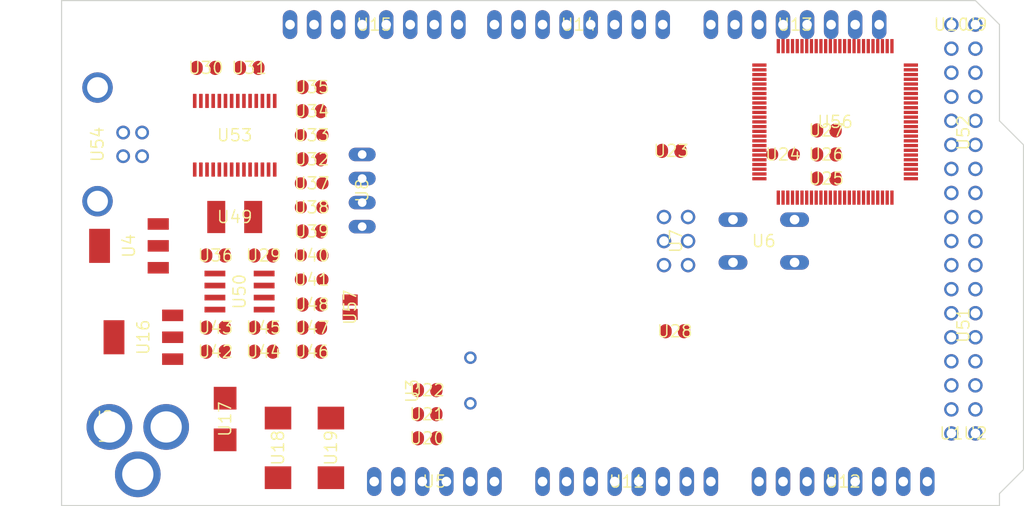
<source format=kicad_pcb>
(kicad_pcb (version 20221018) (generator pcbnew)
  (layers (0 "F.Cu" signal "Top") (31 "B.Cu" signal "Bottom") (34 "B.Paste" user) (35 "F.Paste" user) (36 "B.SilkS" user "B.Silkscreen") (37 "F.SilkS" user "F.Silkscreen") (38 "B.Mask" user) (39 "F.Mask" user) (44 "Edge.Cuts" user))
  (net 0 "")
  (net 1 "+5V")
  (net 2 "GND")
  (net 3 "N$6")
  (net 4 "N$7")
  (net 5 "AREF")
  (net 6 "RESET")
  (net 7 "VIN")
  (net 8 "N$3")
  (net 9 "PWRIN")
  (net 10 "M8RXD")
  (net 11 "M8TXD")
  (net 12 "ADC0")
  (net 13 "ADC2")
  (net 14 "ADC1")
  (net 15 "ADC3")
  (net 16 "ADC4")
  (net 17 "ADC5")
  (net 18 "ADC6")
  (net 19 "ADC7")
  (net 20 "+3V3")
  (net 21 "SDA")
  (net 22 "SCL")
  (net 23 "ADC9")
  (net 24 "ADC8")
  (net 25 "ADC10")
  (net 26 "ADC11")
  (net 27 "ADC12")
  (net 28 "ADC13")
  (net 29 "ADC14")
  (net 30 "ADC15")
  (net 31 "PB3")
  (net 32 "PB2")
  (net 33 "PB1")
  (net 34 "PB5")
  (net 35 "PB4")
  (net 36 "PE5")
  (net 37 "PE4")
  (net 38 "PE3")
  (net 39 "PE1")
  (net 40 "PE0")
  (net 41 "N$15")
  (net 42 "N$53")
  (net 43 "N$54")
  (net 44 "N$55")
  (net 45 "D-")
  (net 46 "D+")
  (net 47 "N$60")
  (net 48 "DTR")
  (net 49 "USBVCC")
  (net 50 "N$2")
  (net 51 "N$4")
  (net 52 "GATE_CMD")
  (net 53 "CMP")
  (net 54 "PB6")
  (net 55 "PH3")
  (net 56 "PH4")
  (net 57 "PH5")
  (net 58 "PH6")
  (net 59 "PG5")
  (net 60 "RXD1")
  (net 61 "TXD1")
  (net 62 "RXD2")
  (net 63 "RXD3")
  (net 64 "TXD2")
  (net 65 "TXD3")
  (net 66 "PC0")
  (net 67 "PC1")
  (net 68 "PC2")
  (net 69 "PC3")
  (net 70 "PC4")
  (net 71 "PC5")
  (net 72 "PC6")
  (net 73 "PC7")
  (net 74 "PB0")
  (net 75 "PG0")
  (net 76 "PG1")
  (net 77 "PG2")
  (net 78 "PD7")
  (net 79 "PA0")
  (net 80 "PA1")
  (net 81 "PA2")
  (net 82 "PA3")
  (net 83 "PA4")
  (net 84 "PA5")
  (net 85 "PA6")
  (net 86 "PA7")
  (net 87 "PL0")
  (net 88 "PL1")
  (net 89 "PL2")
  (net 90 "PL3")
  (net 91 "PL4")
  (net 92 "PL5")
  (net 93 "PL6")
  (net 94 "PL7")
  (net 95 "PB7")
  (net 96 "CTS")
  (net 97 "DSR")
  (net 98 "DCD")
  (net 99 "RI")
  (footprint "Arduino_MEGA_Reference_Design:2X03" (layer "F.Cu") (at 162.5981 103.7336 -90)
    (fp_text reference "U7")
    (fp_text value "")
  )
  (footprint "Arduino_MEGA_Reference_Design:1X08" (layer "F.Cu") (at 152.3111 80.8736 180)
    (fp_text reference "U14")
    (fp_text value "")
  )
  (footprint "Arduino_MEGA_Reference_Design:1X08" (layer "F.Cu") (at 130.7211 80.8736 180)
    (fp_text reference "U15")
    (fp_text value "")
  )
  (footprint "Arduino_MEGA_Reference_Design:SMC_D" (layer "F.Cu") (at 120.5611 125.5776 -90)
    (fp_text reference "U18")
    (fp_text value "")
  )
  (footprint "Arduino_MEGA_Reference_Design:SMC_D" (layer "F.Cu") (at 126.1491 125.5776 -90)
    (fp_text reference "U19")
    (fp_text value "")
  )
  (footprint "Arduino_MEGA_Reference_Design:B3F-10XX" (layer "F.Cu") (at 171.8691 103.7336 180)
    (fp_text reference "U6")
    (fp_text value "")
  )
  (footprint "Arduino_MEGA_Reference_Design:0805RND" (layer "F.Cu") (at 173.9011 94.5896 180)
    (fp_text reference "U24")
    (fp_text value "")
  )
  (footprint "Arduino_MEGA_Reference_Design:SMB" (layer "F.Cu") (at 114.9731 122.5296 -90)
    (fp_text reference "U17")
    (fp_text value "")
  )
  (footprint "Arduino_MEGA_Reference_Design:DC-21MM" (layer "F.Cu") (at 103.0351 123.2916 90)
    (fp_text reference "U55")
    (fp_text value "")
  )
  (footprint "Arduino_MEGA_Reference_Design:HC49_S" (layer "F.Cu") (at 140.8811 118.4656 90)
    (fp_text reference "U3")
    (fp_text value "")
  )
  (footprint "Arduino_MEGA_Reference_Design:SOT223" (layer "F.Cu") (at 106.3371 113.8936 90)
    (fp_text reference "U16")
    (fp_text value "")
  )
  (footprint "Arduino_MEGA_Reference_Design:1X06" (layer "F.Cu") (at 137.0711 129.1336)
    (fp_text reference "U5")
    (fp_text value "")
  )
  (footprint "Arduino_MEGA_Reference_Design:C0805RND" (layer "F.Cu") (at 124.1171 87.4776)
    (fp_text reference "U35")
    (fp_text value "")
  )
  (footprint "Arduino_MEGA_Reference_Design:C0805RND" (layer "F.Cu") (at 162.4711 113.2586)
    (fp_text reference "U28")
    (fp_text value "")
  )
  (footprint "Arduino_MEGA_Reference_Design:C0805RND" (layer "F.Cu") (at 136.3091 122.0216)
    (fp_text reference "U21")
    (fp_text value "")
  )
  (footprint "Arduino_MEGA_Reference_Design:C0805RND" (layer "F.Cu") (at 136.3091 119.4816)
    (fp_text reference "U22")
    (fp_text value "")
  )
  (footprint "Arduino_MEGA_Reference_Design:C0805RND" (layer "F.Cu") (at 113.9571 112.8776)
    (fp_text reference "U43")
    (fp_text value "")
  )
  (footprint "Arduino_MEGA_Reference_Design:RCL_0805RND" (layer "F.Cu") (at 124.1171 105.2576)
    (fp_text reference "U40")
    (fp_text value "")
  )
  (footprint "Arduino_MEGA_Reference_Design:RCL_0805RND" (layer "F.Cu") (at 124.1171 107.7976)
    (fp_text reference "U41")
    (fp_text value "")
  )
  (footprint "Arduino_MEGA_Reference_Design:1X08" (layer "F.Cu") (at 157.3911 129.1336)
    (fp_text reference "U11")
    (fp_text value "")
  )
  (footprint "Arduino_MEGA_Reference_Design:1X08" (layer "F.Cu") (at 175.1711 80.8736 180)
    (fp_text reference "U13")
    (fp_text value "")
  )
  (footprint "Arduino_MEGA_Reference_Design:R0805RND" (layer "F.Cu") (at 178.4731 94.5896 180)
    (fp_text reference "U26")
    (fp_text value "")
  )
  (footprint "Arduino_MEGA_Reference_Design:R0805RND" (layer "F.Cu") (at 178.4731 92.0496 180)
    (fp_text reference "U27")
    (fp_text value "")
  )
  (footprint "Arduino_MEGA_Reference_Design:TQFP100" (layer "F.Cu") (at 179.4031524658203 91.14759826660156 0)
    (fp_text reference "U56")
    (fp_text value "")
  )
  (footprint "Arduino_MEGA_Reference_Design:C0805RND" (layer "F.Cu") (at 162.0901 94.2086 180)
    (fp_text reference "U23")
    (fp_text value "")
  )
  (footprint "Arduino_MEGA_Reference_Design:C0805RND" (layer "F.Cu") (at 136.3091 124.5616)
    (fp_text reference "U20")
    (fp_text value "")
  )
  (footprint "Arduino_MEGA_Reference_Design:1X08" (layer "F.Cu") (at 180.2511 129.1336)
    (fp_text reference "U12")
    (fp_text value "")
  )
  (footprint "Arduino_MEGA_Reference_Design:R0805RND" (layer "F.Cu") (at 124.1171 112.8776)
    (fp_text reference "U47")
    (fp_text value "")
  )
  (footprint "Arduino_MEGA_Reference_Design:C0805RND" (layer "F.Cu") (at 124.1171 115.4176)
    (fp_text reference "U46")
    (fp_text value "")
  )
  (footprint "Arduino_MEGA_Reference_Design:C0805RND" (layer "F.Cu") (at 113.9571 105.2576)
    (fp_text reference "U36")
    (fp_text value "")
  )
  (footprint "Arduino_MEGA_Reference_Design:C0805RND" (layer "F.Cu") (at 112.9411 85.4456)
    (fp_text reference "U30")
    (fp_text value "")
  )
  (footprint "Arduino_MEGA_Reference_Design:0805RND" (layer "F.Cu") (at 124.1171 100.1776 180)
    (fp_text reference "U38")
    (fp_text value "")
  )
  (footprint "Arduino_MEGA_Reference_Design:0805RND" (layer "F.Cu") (at 124.1171 97.6376 180)
    (fp_text reference "U37")
    (fp_text value "")
  )
  (footprint "Arduino_MEGA_Reference_Design:R0805RND" (layer "F.Cu") (at 124.1171 95.0976)
    (fp_text reference "U32")
    (fp_text value "")
  )
  (footprint "Arduino_MEGA_Reference_Design:R0805RND" (layer "F.Cu") (at 124.1171 102.7176)
    (fp_text reference "U39")
    (fp_text value "")
  )
  (footprint "Arduino_MEGA_Reference_Design:SSOP28" (layer "F.Cu") (at 115.9891 92.5576)
    (fp_text reference "U53")
    (fp_text value "")
  )
  (footprint "Arduino_MEGA_Reference_Design:PN61729" (layer "F.Cu") (at 98.9584 93.5228 -90)
    (fp_text reference "U54")
    (fp_text value "")
  )
  (footprint "Arduino_MEGA_Reference_Design:L1812" (layer "F.Cu") (at 115.9891 101.1936)
    (fp_text reference "U49")
    (fp_text value "")
  )
  (footprint "Arduino_MEGA_Reference_Design:C0805RND" (layer "F.Cu") (at 117.5131 85.4456)
    (fp_text reference "U31")
    (fp_text value "")
  )
  (footprint "Arduino_MEGA_Reference_Design:0805RND" (layer "F.Cu") (at 124.1171 92.5576 180)
    (fp_text reference "U33")
    (fp_text value "")
  )
  (footprint "Arduino_MEGA_Reference_Design:R0805RND" (layer "F.Cu") (at 124.1171 90.0176 180)
    (fp_text reference "U34")
    (fp_text value "")
  )
  (footprint "Arduino_MEGA_Reference_Design:C0805RND" (layer "F.Cu") (at 124.1171 110.4392 180)
    (fp_text reference "U48")
    (fp_text value "")
  )
  (footprint "Arduino_MEGA_Reference_Design:SOT223" (layer "F.Cu") (at 104.8131 104.2416 90)
    (fp_text reference "U4")
    (fp_text value "")
  )
  (footprint "Arduino_MEGA_Reference_Design:SO08" (layer "F.Cu") (at 116.4971 109.0676 -90)
    (fp_text reference "U50")
    (fp_text value "")
  )
  (footprint "Arduino_MEGA_Reference_Design:R0805RND" (layer "F.Cu") (at 113.9571 115.4176 180)
    (fp_text reference "U42")
    (fp_text value "")
  )
  (footprint "Arduino_MEGA_Reference_Design:R0805RND" (layer "F.Cu") (at 119.0371 112.8776 180)
    (fp_text reference "U45")
    (fp_text value "")
  )
  (footprint "Arduino_MEGA_Reference_Design:C0805RND" (layer "F.Cu") (at 119.0371 115.4176 180)
    (fp_text reference "U44")
    (fp_text value "")
  )
  (footprint "Arduino_MEGA_Reference_Design:C0805RND" (layer "F.Cu") (at 119.0371 105.2576)
    (fp_text reference "U29")
    (fp_text value "")
  )
  (footprint "Arduino_MEGA_Reference_Design:2X08" (layer "F.Cu") (at 192.9511 92.3036 90)
    (fp_text reference "U52")
    (fp_text value "")
  )
  (footprint "Arduino_MEGA_Reference_Design:2X08" (layer "F.Cu") (at 192.9511 112.6236 90)
    (fp_text reference "U51")
    (fp_text value "")
  )
  (footprint "Arduino_MEGA_Reference_Design:R0805RND" (layer "F.Cu") (at 178.4731 97.1296 180)
    (fp_text reference "U25")
    (fp_text value "")
  )
  (footprint "Arduino_MEGA_Reference_Design:1X01" (layer "F.Cu") (at 191.6811 80.8736)
    (fp_text reference "U10")
    (fp_text value "")
  )
  (footprint "Arduino_MEGA_Reference_Design:1X01" (layer "F.Cu") (at 194.2211 80.8736)
    (fp_text reference "U9")
    (fp_text value "")
  )
  (footprint "Arduino_MEGA_Reference_Design:1X01" (layer "F.Cu") (at 191.6811 124.0536)
    (fp_text reference "U1")
    (fp_text value "")
  )
  (footprint "Arduino_MEGA_Reference_Design:1X01" (layer "F.Cu") (at 194.2211 124.0536)
    (fp_text reference "U2")
    (fp_text value "")
  )
  (footprint "Arduino_MEGA_Reference_Design:SJ" (layer "F.Cu") (at 128.1811 110.7186 -90)
    (fp_text reference "U57")
    (fp_text value "")
  )
  (footprint "Arduino_MEGA_Reference_Design:JP4" (layer "F.Cu") (at 129.4511 98.3996 -90)
    (fp_text reference "U8")
    (fp_text value "")
  )
  (gr_line (start 196.7611 80.8736) (end 196.7611 91.0336) (layer "Edge.Cuts") (width 0.12))
  (gr_line (start 196.7611 130.4036) (end 196.7611 131.6736) (layer "Edge.Cuts") (width 0.12))
  (gr_line (start 194.2211 78.3336) (end 196.7611 80.8736) (layer "Edge.Cuts") (width 0.12))
  (gr_line (start 97.7011 78.3336) (end 194.2211 78.3336) (layer "Edge.Cuts") (width 0.12))
  (gr_line (start 196.7611 91.0336) (end 199.3011 93.5736) (layer "Edge.Cuts") (width 0.12))
  (gr_line (start 97.7011 131.6736) (end 97.7011 78.3336) (layer "Edge.Cuts") (width 0.12))
  (gr_line (start 196.7611 131.6736) (end 97.7011 131.6736) (layer "Edge.Cuts") (width 0.12))
  (gr_line (start 199.3011 93.5736) (end 199.3011 127.8636) (layer "Edge.Cuts") (width 0.12))
  (gr_line (start 199.3011 127.8636) (end 196.7611 130.4036) (layer "Edge.Cuts") (width 0.12))
)
</source>
